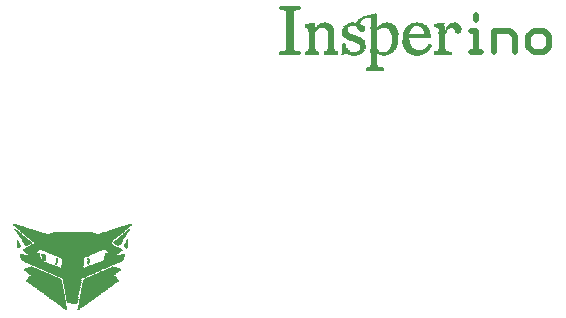
<source format=gbr>
G04 EAGLE Gerber X2 export*
%TF.Part,Single*%
%TF.FileFunction,Legend,Top,1*%
%TF.FilePolarity,Positive*%
%TF.GenerationSoftware,Autodesk,EAGLE,8.7.0*%
%TF.CreationDate,2018-03-15T14:00:46Z*%
G75*
%MOMM*%
%FSLAX34Y34*%
%LPD*%
%AMOC8*
5,1,8,0,0,1.08239X$1,22.5*%
G01*
%ADD10R,1.346200X0.025400*%
%ADD11R,1.422400X0.025400*%
%ADD12R,1.447800X0.025400*%
%ADD13R,1.371600X0.025400*%
%ADD14R,1.041400X0.025400*%
%ADD15R,0.914400X0.025400*%
%ADD16R,0.787400X0.025400*%
%ADD17R,0.736600X0.025400*%
%ADD18R,0.685800X0.025400*%
%ADD19R,0.635000X0.025400*%
%ADD20R,0.609600X0.025400*%
%ADD21R,0.584200X0.025400*%
%ADD22R,0.558800X0.025400*%
%ADD23R,0.533400X0.025400*%
%ADD24R,0.431800X0.025400*%
%ADD25R,0.381000X0.025400*%
%ADD26R,0.457200X0.025400*%
%ADD27R,0.660400X0.025400*%
%ADD28R,0.711200X0.025400*%
%ADD29R,1.727200X0.025400*%
%ADD30R,1.143000X0.025400*%
%ADD31R,1.168400X0.025400*%
%ADD32R,0.152400X0.025400*%
%ADD33R,0.838200X0.025400*%
%ADD34R,0.889000X0.025400*%
%ADD35R,1.397000X0.025400*%
%ADD36R,1.778000X0.025400*%
%ADD37R,1.193800X0.025400*%
%ADD38R,1.219200X0.025400*%
%ADD39R,0.254000X0.025400*%
%ADD40R,0.990600X0.025400*%
%ADD41R,1.803400X0.025400*%
%ADD42R,1.244600X0.025400*%
%ADD43R,0.304800X0.025400*%
%ADD44R,1.016000X0.025400*%
%ADD45R,1.600200X0.025400*%
%ADD46R,1.117600X0.025400*%
%ADD47R,1.270000X0.025400*%
%ADD48R,1.625600X0.025400*%
%ADD49R,1.676400X0.025400*%
%ADD50R,1.752600X0.025400*%
%ADD51R,1.701800X0.025400*%
%ADD52R,1.498600X0.025400*%
%ADD53R,1.574800X0.025400*%
%ADD54R,0.508000X0.025400*%
%ADD55R,0.812800X0.025400*%
%ADD56R,1.092200X0.025400*%
%ADD57R,0.762000X0.025400*%
%ADD58R,0.406400X0.025400*%
%ADD59R,1.854200X0.025400*%
%ADD60R,1.905000X0.025400*%
%ADD61R,0.482600X0.025400*%
%ADD62R,0.863600X0.025400*%
%ADD63R,0.355600X0.025400*%
%ADD64R,0.330200X0.025400*%
%ADD65R,0.279400X0.025400*%
%ADD66R,0.203200X0.025400*%
%ADD67R,0.127000X0.025400*%
%ADD68R,0.076200X0.025400*%
%ADD69R,0.228600X0.025400*%
%ADD70R,1.295400X0.025400*%
%ADD71R,1.320800X0.025400*%
%ADD72R,2.413000X0.025400*%
%ADD73R,2.438400X0.025400*%
%ADD74R,0.939800X0.025400*%
%ADD75R,2.362200X0.025400*%
%ADD76R,0.177800X0.025400*%
%ADD77R,1.066800X0.025400*%
%ADD78R,2.133600X0.025400*%
%ADD79R,2.108200X0.025400*%
%ADD80R,1.524000X0.025400*%
%ADD81R,1.473200X0.025400*%
%ADD82R,0.965200X0.025400*%
%ADD83C,0.482600*%
%ADD84R,0.050800X0.025400*%
%ADD85R,0.101600X0.025400*%
%ADD86R,1.549400X0.025400*%
%ADD87R,1.651000X0.025400*%
%ADD88R,1.828800X0.025400*%
%ADD89R,1.879600X0.025400*%
%ADD90R,1.930400X0.025400*%
%ADD91R,1.955800X0.025400*%
%ADD92R,1.981200X0.025400*%
%ADD93R,2.006600X0.025400*%
%ADD94R,2.032000X0.025400*%
%ADD95R,2.057400X0.025400*%
%ADD96R,2.082800X0.025400*%
%ADD97R,2.159000X0.025400*%
%ADD98R,2.184400X0.025400*%
%ADD99R,2.209800X0.025400*%
%ADD100R,2.235200X0.025400*%
%ADD101R,2.260600X0.025400*%
%ADD102R,2.286000X0.025400*%
%ADD103R,2.311400X0.025400*%
%ADD104R,2.336800X0.025400*%
%ADD105R,2.387600X0.025400*%
%ADD106R,2.463800X0.025400*%
%ADD107R,2.489200X0.025400*%
%ADD108R,2.514600X0.025400*%
%ADD109R,2.540000X0.025400*%
%ADD110R,2.565400X0.025400*%
%ADD111R,2.590800X0.025400*%
%ADD112R,2.616200X0.025400*%
%ADD113R,2.641600X0.025400*%
%ADD114R,2.667000X0.025400*%
%ADD115R,2.692400X0.025400*%
%ADD116R,2.717800X0.025400*%
%ADD117R,2.743200X0.025400*%
%ADD118R,2.768600X0.025400*%
%ADD119R,2.794000X0.025400*%
%ADD120R,2.819400X0.025400*%
%ADD121R,2.844800X0.025400*%
%ADD122R,2.870200X0.025400*%
%ADD123R,2.895600X0.025400*%
%ADD124R,2.921000X0.025400*%
%ADD125R,2.946400X0.025400*%
%ADD126R,2.971800X0.025400*%
%ADD127R,2.997200X0.025400*%
%ADD128R,3.022600X0.025400*%
%ADD129R,3.073400X0.025400*%
%ADD130R,3.175000X0.025400*%
%ADD131R,3.302000X0.025400*%
%ADD132R,3.429000X0.025400*%
%ADD133R,3.530600X0.025400*%
%ADD134R,3.657600X0.025400*%
%ADD135R,3.784600X0.025400*%
%ADD136R,3.886200X0.025400*%
%ADD137R,3.987800X0.025400*%
%ADD138R,4.114800X0.025400*%
%ADD139R,4.241800X0.025400*%
%ADD140R,4.343400X0.025400*%
%ADD141R,4.470400X0.025400*%
%ADD142R,4.597400X0.025400*%
%ADD143R,4.699000X0.025400*%
%ADD144R,4.826000X0.025400*%
%ADD145R,4.953000X0.025400*%
%ADD146R,5.054600X0.025400*%
%ADD147R,5.156200X0.025400*%
%ADD148R,5.308600X0.025400*%
%ADD149R,5.410200X0.025400*%
%ADD150R,5.511800X0.025400*%
%ADD151R,3.759200X0.025400*%
%ADD152R,3.556000X0.025400*%
%ADD153R,3.683000X0.025400*%
%ADD154R,3.937000X0.025400*%
%ADD155R,4.038600X0.025400*%
%ADD156R,4.191000X0.025400*%
%ADD157R,4.292600X0.025400*%
%ADD158R,4.419600X0.025400*%
%ADD159R,4.546600X0.025400*%
%ADD160R,4.648200X0.025400*%
%ADD161R,4.800600X0.025400*%
%ADD162R,4.902200X0.025400*%
%ADD163R,5.435600X0.025400*%
%ADD164R,6.832600X0.025400*%
%ADD165R,8.077200X0.025400*%
%ADD166R,8.001000X0.025400*%
%ADD167R,7.899400X0.025400*%
%ADD168R,7.797800X0.025400*%
%ADD169R,7.721600X0.025400*%
%ADD170R,7.645400X0.025400*%
%ADD171R,7.543800X0.025400*%
%ADD172R,7.442200X0.025400*%
%ADD173R,7.366000X0.025400*%
%ADD174R,7.289800X0.025400*%
%ADD175R,0.025400X0.025400*%
%ADD176R,7.188200X0.025400*%
%ADD177R,7.086600X0.025400*%
%ADD178R,6.985000X0.025400*%
%ADD179R,6.934200X0.025400*%
%ADD180R,6.731000X0.025400*%
%ADD181R,6.629400X0.025400*%
%ADD182R,6.553200X0.025400*%
%ADD183R,6.477000X0.025400*%
%ADD184R,6.426200X0.025400*%
%ADD185R,6.451600X0.025400*%
%ADD186R,6.502400X0.025400*%
%ADD187R,6.604000X0.025400*%
%ADD188R,6.654800X0.025400*%
%ADD189R,6.705600X0.025400*%
%ADD190R,6.781800X0.025400*%
%ADD191R,6.883400X0.025400*%
%ADD192R,7.010400X0.025400*%
%ADD193R,7.137400X0.025400*%
%ADD194R,7.239000X0.025400*%
%ADD195R,7.315200X0.025400*%
%ADD196R,7.493000X0.025400*%
%ADD197R,7.620000X0.025400*%
%ADD198R,7.696200X0.025400*%
%ADD199R,7.747000X0.025400*%
%ADD200R,7.848600X0.025400*%
%ADD201R,7.924800X0.025400*%
%ADD202R,8.051800X0.025400*%
%ADD203R,6.223000X0.025400*%
%ADD204R,6.146800X0.025400*%
%ADD205R,3.911600X0.025400*%
%ADD206R,3.733800X0.025400*%
%ADD207R,3.403600X0.025400*%
%ADD208R,3.200400X0.025400*%


D10*
X544576Y352044D03*
D11*
X544703Y352298D03*
D12*
X544576Y352552D03*
X544576Y352806D03*
X544576Y353060D03*
X544576Y353314D03*
X544576Y353568D03*
X544576Y353822D03*
D11*
X544703Y354076D03*
D13*
X544703Y354330D03*
D14*
X544322Y354584D03*
D15*
X544195Y354838D03*
D16*
X544068Y355092D03*
D17*
X544068Y355346D03*
D18*
X544068Y355600D03*
D19*
X544068Y355854D03*
D20*
X543941Y356108D03*
D21*
X544068Y356362D03*
X544068Y356616D03*
D22*
X543941Y356870D03*
X543941Y357124D03*
X543941Y357378D03*
X543941Y357632D03*
D23*
X544068Y357886D03*
X544068Y358140D03*
X544068Y358394D03*
X544068Y358648D03*
X544068Y358902D03*
X544068Y359156D03*
X544068Y359410D03*
X544068Y359664D03*
X544068Y359918D03*
X544068Y360172D03*
X544068Y360426D03*
X544068Y360680D03*
X544068Y360934D03*
X544068Y361188D03*
X544068Y361442D03*
X544068Y361696D03*
X544068Y361950D03*
X544068Y362204D03*
X544068Y362458D03*
X544068Y362712D03*
X544068Y362966D03*
X544068Y363220D03*
X544068Y363474D03*
X544068Y363728D03*
X544068Y363982D03*
X544068Y364236D03*
X544068Y364490D03*
X544068Y364744D03*
X544068Y364998D03*
D24*
X527304Y365252D03*
D23*
X544068Y365252D03*
D25*
X552450Y365252D03*
D26*
X580517Y365252D03*
D27*
X527177Y365506D03*
D23*
X544068Y365506D03*
D19*
X552450Y365506D03*
D28*
X580517Y365506D03*
D29*
X473075Y365760D03*
D30*
X491490Y365760D03*
D31*
X507619Y365760D03*
D32*
X518033Y365760D03*
D33*
X527050Y365760D03*
D23*
X544068Y365760D03*
D16*
X552450Y365760D03*
D34*
X580644Y365760D03*
D35*
X602234Y365760D03*
D36*
X473075Y366014D03*
D37*
X491490Y366014D03*
D38*
X507619Y366014D03*
D39*
X518287Y366014D03*
D40*
X527050Y366014D03*
D23*
X544068Y366014D03*
D15*
X552577Y366014D03*
D14*
X580644Y366014D03*
D12*
X602234Y366014D03*
D41*
X473202Y366268D03*
D42*
X491490Y366268D03*
D38*
X507619Y366268D03*
D43*
X518541Y366268D03*
D31*
X526669Y366268D03*
D23*
X544068Y366268D03*
D44*
X552577Y366268D03*
D31*
X580517Y366268D03*
D12*
X602234Y366268D03*
D41*
X473202Y366522D03*
D42*
X491490Y366522D03*
D38*
X507619Y366522D03*
D45*
X525018Y366522D03*
D23*
X544068Y366522D03*
D46*
X552577Y366522D03*
D47*
X580517Y366522D03*
D12*
X602234Y366522D03*
D41*
X473202Y366776D03*
D42*
X491490Y366776D03*
D38*
X507619Y366776D03*
D48*
X525145Y366776D03*
D29*
X550037Y366776D03*
D10*
X580644Y366776D03*
D12*
X602234Y366776D03*
D41*
X473202Y367030D03*
D42*
X491490Y367030D03*
D38*
X507619Y367030D03*
D49*
X525399Y367030D03*
D50*
X550164Y367030D03*
D11*
X580517Y367030D03*
D12*
X602234Y367030D03*
D41*
X473202Y367284D03*
D42*
X491490Y367284D03*
D38*
X507619Y367284D03*
D51*
X525526Y367284D03*
D41*
X550418Y367284D03*
D52*
X580644Y367284D03*
D12*
X602234Y367284D03*
D36*
X473075Y367538D03*
D42*
X491490Y367538D03*
D38*
X507619Y367538D03*
D34*
X521462Y367538D03*
D22*
X531495Y367538D03*
D15*
X545973Y367538D03*
D19*
X556514Y367538D03*
D53*
X580517Y367538D03*
D12*
X602234Y367538D03*
D36*
X473075Y367792D03*
D37*
X491490Y367792D03*
X507492Y367792D03*
D16*
X520954Y367792D03*
D54*
X532003Y367792D03*
D55*
X545465Y367792D03*
D21*
X557022Y367792D03*
D48*
X580517Y367792D03*
D12*
X602234Y367792D03*
D49*
X473075Y368046D03*
D56*
X491490Y368046D03*
D46*
X507619Y368046D03*
D17*
X520700Y368046D03*
D26*
X532511Y368046D03*
D57*
X545211Y368046D03*
D21*
X557530Y368046D03*
D51*
X580644Y368046D03*
D47*
X602107Y368046D03*
D31*
X473075Y368300D03*
D33*
X491490Y368300D03*
X507492Y368300D03*
D18*
X520446Y368300D03*
D26*
X532765Y368300D03*
D28*
X544957Y368300D03*
D22*
X557911Y368300D03*
D50*
X580644Y368300D03*
D15*
X601853Y368300D03*
D44*
X473075Y368554D03*
D17*
X491490Y368554D03*
D57*
X507619Y368554D03*
D19*
X520192Y368554D03*
D24*
X533146Y368554D03*
D18*
X544830Y368554D03*
D23*
X558292Y368554D03*
D41*
X580644Y368554D03*
D16*
X601726Y368554D03*
D15*
X473075Y368808D03*
D18*
X491490Y368808D03*
D28*
X507619Y368808D03*
D20*
X520065Y368808D03*
D58*
X533273Y368808D03*
D27*
X544703Y368808D03*
D23*
X558546Y368808D03*
D59*
X580644Y368808D03*
D17*
X601726Y368808D03*
D55*
X473075Y369062D03*
D27*
X491363Y369062D03*
X507619Y369062D03*
D22*
X519811Y369062D03*
D58*
X533527Y369062D03*
D19*
X544576Y369062D03*
D23*
X558800Y369062D03*
D60*
X580644Y369062D03*
D18*
X601726Y369062D03*
D57*
X473075Y369316D03*
D19*
X491490Y369316D03*
X507492Y369316D03*
D23*
X519684Y369316D03*
D24*
X533654Y369316D03*
D20*
X544449Y369316D03*
D54*
X558927Y369316D03*
D14*
X576072Y369316D03*
D27*
X587121Y369316D03*
D19*
X601726Y369316D03*
D28*
X473075Y369570D03*
D20*
X491363Y369570D03*
X507619Y369570D03*
D54*
X519557Y369570D03*
D58*
X533781Y369570D03*
D20*
X544449Y369570D03*
D54*
X559181Y369570D03*
D15*
X575437Y369570D03*
D23*
X587756Y369570D03*
D20*
X601599Y369570D03*
D28*
X473075Y369824D03*
D21*
X491490Y369824D03*
X507492Y369824D03*
D61*
X519430Y369824D03*
D58*
X534035Y369824D03*
D21*
X544322Y369824D03*
D54*
X559435Y369824D03*
D62*
X574929Y369824D03*
D61*
X588264Y369824D03*
D21*
X601726Y369824D03*
D27*
X473075Y370078D03*
D21*
X491490Y370078D03*
D22*
X507619Y370078D03*
D26*
X519303Y370078D03*
D58*
X534035Y370078D03*
D22*
X544195Y370078D03*
D54*
X559689Y370078D03*
D33*
X574548Y370078D03*
D26*
X588645Y370078D03*
D22*
X601599Y370078D03*
D27*
X473075Y370332D03*
D22*
X491363Y370332D03*
X507619Y370332D03*
D26*
X519303Y370332D03*
D58*
X534289Y370332D03*
D22*
X544195Y370332D03*
D61*
X559816Y370332D03*
D16*
X574294Y370332D03*
D24*
X589026Y370332D03*
D22*
X601599Y370332D03*
D19*
X473202Y370586D03*
D22*
X491363Y370586D03*
X507619Y370586D03*
D24*
X519176Y370586D03*
D58*
X534289Y370586D03*
D22*
X544195Y370586D03*
D54*
X559943Y370586D03*
D16*
X574040Y370586D03*
D58*
X589407Y370586D03*
D22*
X601599Y370586D03*
D20*
X473075Y370840D03*
D23*
X491490Y370840D03*
D22*
X507619Y370840D03*
D58*
X519049Y370840D03*
X534289Y370840D03*
D23*
X544068Y370840D03*
D54*
X560197Y370840D03*
D57*
X573659Y370840D03*
D25*
X589534Y370840D03*
D22*
X601599Y370840D03*
D20*
X473075Y371094D03*
D23*
X491490Y371094D03*
X507492Y371094D03*
D58*
X519049Y371094D03*
D24*
X534416Y371094D03*
D23*
X544068Y371094D03*
D61*
X560324Y371094D03*
D17*
X573532Y371094D03*
D25*
X589788Y371094D03*
D22*
X601599Y371094D03*
D20*
X473075Y371348D03*
D23*
X491490Y371348D03*
X507492Y371348D03*
D25*
X518922Y371348D03*
D24*
X534416Y371348D03*
D23*
X544068Y371348D03*
D54*
X560451Y371348D03*
D17*
X573278Y371348D03*
D63*
X590169Y371348D03*
D22*
X601599Y371348D03*
D20*
X473075Y371602D03*
D23*
X491490Y371602D03*
X507492Y371602D03*
D63*
X518795Y371602D03*
D24*
X534416Y371602D03*
D23*
X544068Y371602D03*
D61*
X560578Y371602D03*
D28*
X573151Y371602D03*
D64*
X590296Y371602D03*
D23*
X601726Y371602D03*
D20*
X473075Y371856D03*
D23*
X491490Y371856D03*
X507492Y371856D03*
D63*
X518795Y371856D03*
D24*
X534416Y371856D03*
D23*
X544068Y371856D03*
D54*
X560705Y371856D03*
D28*
X572897Y371856D03*
D64*
X590550Y371856D03*
D23*
X601726Y371856D03*
D20*
X473075Y372110D03*
D23*
X491490Y372110D03*
X507492Y372110D03*
D64*
X518668Y372110D03*
D24*
X534416Y372110D03*
D23*
X544068Y372110D03*
D61*
X560832Y372110D03*
D18*
X572770Y372110D03*
D64*
X590804Y372110D03*
D23*
X601726Y372110D03*
D20*
X473075Y372364D03*
D23*
X491490Y372364D03*
X507492Y372364D03*
D64*
X518668Y372364D03*
D26*
X534543Y372364D03*
D23*
X544068Y372364D03*
D54*
X560959Y372364D03*
D27*
X572643Y372364D03*
D43*
X590931Y372364D03*
D23*
X601726Y372364D03*
D20*
X473075Y372618D03*
D23*
X491490Y372618D03*
X507492Y372618D03*
D64*
X518668Y372618D03*
D26*
X534543Y372618D03*
D23*
X544068Y372618D03*
D54*
X560959Y372618D03*
D18*
X572516Y372618D03*
D43*
X591185Y372618D03*
D23*
X601726Y372618D03*
D20*
X473075Y372872D03*
D23*
X491490Y372872D03*
X507492Y372872D03*
D43*
X518541Y372872D03*
D26*
X534543Y372872D03*
D23*
X544068Y372872D03*
D54*
X561213Y372872D03*
D27*
X572389Y372872D03*
D43*
X591185Y372872D03*
D23*
X601726Y372872D03*
D20*
X473075Y373126D03*
D23*
X491490Y373126D03*
X507492Y373126D03*
D43*
X518541Y373126D03*
D26*
X534543Y373126D03*
D23*
X544068Y373126D03*
D54*
X561213Y373126D03*
D27*
X572135Y373126D03*
D43*
X591439Y373126D03*
D23*
X601726Y373126D03*
D20*
X473075Y373380D03*
D23*
X491490Y373380D03*
X507492Y373380D03*
D43*
X518541Y373380D03*
D61*
X534416Y373380D03*
D23*
X544068Y373380D03*
X561340Y373380D03*
D27*
X572135Y373380D03*
D39*
X591439Y373380D03*
D23*
X601726Y373380D03*
D20*
X473075Y373634D03*
D23*
X491490Y373634D03*
X507492Y373634D03*
D65*
X518414Y373634D03*
D61*
X534416Y373634D03*
D23*
X544068Y373634D03*
D54*
X561467Y373634D03*
D19*
X572008Y373634D03*
D66*
X591439Y373634D03*
D23*
X601726Y373634D03*
D20*
X473075Y373888D03*
D23*
X491490Y373888D03*
X507492Y373888D03*
D65*
X518414Y373888D03*
D54*
X534289Y373888D03*
D23*
X544068Y373888D03*
D54*
X561467Y373888D03*
D19*
X572008Y373888D03*
D67*
X591312Y373888D03*
D23*
X601726Y373888D03*
D20*
X473075Y374142D03*
D23*
X491490Y374142D03*
X507492Y374142D03*
D65*
X518414Y374142D03*
D23*
X534162Y374142D03*
X544068Y374142D03*
X561594Y374142D03*
D19*
X571754Y374142D03*
D68*
X591058Y374142D03*
D23*
X601726Y374142D03*
D20*
X473075Y374396D03*
D23*
X491490Y374396D03*
X507492Y374396D03*
D65*
X518414Y374396D03*
D23*
X534162Y374396D03*
X544068Y374396D03*
D54*
X561721Y374396D03*
D19*
X571754Y374396D03*
D23*
X601726Y374396D03*
D20*
X473075Y374650D03*
D23*
X491490Y374650D03*
X507492Y374650D03*
D69*
X518414Y374650D03*
D21*
X533908Y374650D03*
D23*
X544068Y374650D03*
D54*
X561721Y374650D03*
D20*
X571627Y374650D03*
D23*
X601726Y374650D03*
D20*
X473075Y374904D03*
D23*
X491490Y374904D03*
X507492Y374904D03*
D21*
X533654Y374904D03*
D23*
X544068Y374904D03*
D54*
X561721Y374904D03*
D20*
X571627Y374904D03*
D23*
X601726Y374904D03*
D20*
X473075Y375158D03*
D23*
X491490Y375158D03*
X507492Y375158D03*
D20*
X533527Y375158D03*
D23*
X544068Y375158D03*
X561848Y375158D03*
D19*
X571500Y375158D03*
D23*
X601726Y375158D03*
D20*
X473075Y375412D03*
D23*
X491490Y375412D03*
X507492Y375412D03*
D27*
X533273Y375412D03*
D23*
X544068Y375412D03*
X561848Y375412D03*
D20*
X571373Y375412D03*
D23*
X601726Y375412D03*
D20*
X473075Y375666D03*
D23*
X491490Y375666D03*
X507492Y375666D03*
D28*
X533019Y375666D03*
D23*
X544068Y375666D03*
X561848Y375666D03*
D20*
X571373Y375666D03*
D23*
X601726Y375666D03*
D20*
X473075Y375920D03*
D23*
X491490Y375920D03*
X507492Y375920D03*
D17*
X532638Y375920D03*
D23*
X544068Y375920D03*
X561848Y375920D03*
D20*
X571373Y375920D03*
D23*
X601726Y375920D03*
D20*
X473075Y376174D03*
D23*
X491490Y376174D03*
X507492Y376174D03*
D16*
X532384Y376174D03*
D23*
X544068Y376174D03*
X562102Y376174D03*
D21*
X571246Y376174D03*
D23*
X601726Y376174D03*
D20*
X473075Y376428D03*
D23*
X491490Y376428D03*
X507492Y376428D03*
D62*
X532003Y376428D03*
D23*
X544068Y376428D03*
X562102Y376428D03*
D21*
X571246Y376428D03*
D23*
X601726Y376428D03*
D20*
X473075Y376682D03*
D23*
X491490Y376682D03*
X507492Y376682D03*
D15*
X531495Y376682D03*
D23*
X544068Y376682D03*
X562102Y376682D03*
D20*
X571119Y376682D03*
D23*
X601726Y376682D03*
D20*
X473075Y376936D03*
D23*
X491490Y376936D03*
X507492Y376936D03*
D40*
X531114Y376936D03*
D23*
X544068Y376936D03*
X562102Y376936D03*
D20*
X571119Y376936D03*
D23*
X601726Y376936D03*
D20*
X473075Y377190D03*
D23*
X491490Y377190D03*
X507492Y377190D03*
D14*
X530606Y377190D03*
D23*
X544068Y377190D03*
X562102Y377190D03*
D20*
X571119Y377190D03*
D23*
X601726Y377190D03*
D20*
X473075Y377444D03*
D23*
X491490Y377444D03*
X507492Y377444D03*
D46*
X530225Y377444D03*
D23*
X544068Y377444D03*
X562102Y377444D03*
D21*
X570992Y377444D03*
D23*
X601726Y377444D03*
D20*
X473075Y377698D03*
D23*
X491490Y377698D03*
X507492Y377698D03*
D31*
X529717Y377698D03*
D23*
X544068Y377698D03*
X562102Y377698D03*
D21*
X570992Y377698D03*
D23*
X601726Y377698D03*
D20*
X473075Y377952D03*
D23*
X491490Y377952D03*
X507492Y377952D03*
D38*
X529209Y377952D03*
D23*
X544068Y377952D03*
D22*
X562229Y377952D03*
D21*
X570992Y377952D03*
D23*
X601726Y377952D03*
D20*
X473075Y378206D03*
D23*
X491490Y378206D03*
X507492Y378206D03*
D42*
X528828Y378206D03*
D23*
X544068Y378206D03*
D22*
X562229Y378206D03*
D21*
X570992Y378206D03*
D23*
X601726Y378206D03*
D20*
X473075Y378460D03*
D23*
X491490Y378460D03*
X507492Y378460D03*
D70*
X528320Y378460D03*
D23*
X544068Y378460D03*
D22*
X562229Y378460D03*
D21*
X570992Y378460D03*
D23*
X601726Y378460D03*
D20*
X473075Y378714D03*
D23*
X491490Y378714D03*
X507492Y378714D03*
D71*
X527939Y378714D03*
D23*
X544068Y378714D03*
D22*
X562229Y378714D03*
D21*
X570992Y378714D03*
D23*
X601726Y378714D03*
D20*
X473075Y378968D03*
D23*
X491490Y378968D03*
X507492Y378968D03*
D10*
X527558Y378968D03*
D23*
X544068Y378968D03*
D22*
X562229Y378968D03*
D21*
X570992Y378968D03*
D23*
X601726Y378968D03*
D20*
X473075Y379222D03*
D23*
X491490Y379222D03*
X507492Y379222D03*
D10*
X527304Y379222D03*
D23*
X544068Y379222D03*
D22*
X562229Y379222D03*
D21*
X570992Y379222D03*
D23*
X601726Y379222D03*
D20*
X473075Y379476D03*
D23*
X491490Y379476D03*
X507492Y379476D03*
D10*
X526796Y379476D03*
D23*
X544068Y379476D03*
D22*
X562229Y379476D03*
D21*
X570992Y379476D03*
D23*
X601726Y379476D03*
D20*
X473075Y379730D03*
D23*
X491490Y379730D03*
X507492Y379730D03*
D10*
X526542Y379730D03*
D23*
X544068Y379730D03*
D22*
X562229Y379730D03*
D21*
X570992Y379730D03*
D23*
X601726Y379730D03*
D20*
X473075Y379984D03*
D23*
X491490Y379984D03*
X507492Y379984D03*
D71*
X526161Y379984D03*
D23*
X544068Y379984D03*
D22*
X562229Y379984D03*
D72*
X580136Y379984D03*
D23*
X601726Y379984D03*
D20*
X473075Y380238D03*
D23*
X491490Y380238D03*
X507492Y380238D03*
D71*
X525653Y380238D03*
D23*
X544068Y380238D03*
D22*
X562229Y380238D03*
D73*
X580263Y380238D03*
D23*
X601726Y380238D03*
D20*
X473075Y380492D03*
D23*
X491490Y380492D03*
X507492Y380492D03*
D70*
X525272Y380492D03*
D23*
X544068Y380492D03*
D21*
X562102Y380492D03*
D73*
X580263Y380492D03*
D23*
X601726Y380492D03*
D20*
X473075Y380746D03*
D23*
X491490Y380746D03*
X507492Y380746D03*
D38*
X524891Y380746D03*
D23*
X544068Y380746D03*
D21*
X562102Y380746D03*
D73*
X580263Y380746D03*
D23*
X601726Y380746D03*
D20*
X473075Y381000D03*
D23*
X491490Y381000D03*
X507492Y381000D03*
D37*
X524510Y381000D03*
D23*
X544068Y381000D03*
D21*
X562102Y381000D03*
D72*
X580390Y381000D03*
D23*
X601726Y381000D03*
D20*
X473075Y381254D03*
D23*
X491490Y381254D03*
X507492Y381254D03*
D30*
X524002Y381254D03*
D23*
X544068Y381254D03*
D21*
X562102Y381254D03*
D72*
X580390Y381254D03*
D23*
X601726Y381254D03*
D20*
X473075Y381508D03*
D23*
X491490Y381508D03*
X507492Y381508D03*
D56*
X523494Y381508D03*
D23*
X544068Y381508D03*
D21*
X562102Y381508D03*
D72*
X580390Y381508D03*
D23*
X601726Y381508D03*
D20*
X473075Y381762D03*
D23*
X491490Y381762D03*
X507492Y381762D03*
D44*
X523113Y381762D03*
D23*
X544068Y381762D03*
D22*
X561975Y381762D03*
D72*
X580390Y381762D03*
D22*
X601853Y381762D03*
D20*
X473075Y382016D03*
D23*
X491490Y382016D03*
X507492Y382016D03*
D74*
X522478Y382016D03*
D23*
X544068Y382016D03*
D21*
X561848Y382016D03*
D72*
X580390Y382016D03*
D22*
X601853Y382016D03*
D20*
X473075Y382270D03*
D23*
X491490Y382270D03*
X507492Y382270D03*
D62*
X522097Y382270D03*
D23*
X544068Y382270D03*
D21*
X561848Y382270D03*
D72*
X580390Y382270D03*
D22*
X601853Y382270D03*
D20*
X473075Y382524D03*
D23*
X491490Y382524D03*
X507492Y382524D03*
D16*
X521716Y382524D03*
D23*
X544068Y382524D03*
D21*
X561848Y382524D03*
D75*
X580390Y382524D03*
D22*
X601853Y382524D03*
D20*
X473075Y382778D03*
D23*
X491490Y382778D03*
X507492Y382778D03*
D57*
X521335Y382778D03*
D23*
X544068Y382778D03*
D21*
X561848Y382778D03*
D23*
X571246Y382778D03*
D21*
X589280Y382778D03*
D22*
X601853Y382778D03*
D20*
X473075Y383032D03*
D23*
X491490Y383032D03*
X507492Y383032D03*
D18*
X520954Y383032D03*
D23*
X544068Y383032D03*
D20*
X561721Y383032D03*
D23*
X571246Y383032D03*
D21*
X589280Y383032D03*
X601980Y383032D03*
D20*
X473075Y383286D03*
D23*
X491490Y383286D03*
X507492Y383286D03*
D19*
X520700Y383286D03*
D23*
X544068Y383286D03*
D20*
X561721Y383286D03*
D23*
X571500Y383286D03*
D21*
X589280Y383286D03*
X601980Y383286D03*
D20*
X473075Y383540D03*
D23*
X491490Y383540D03*
X507492Y383540D03*
D20*
X520319Y383540D03*
D23*
X544068Y383540D03*
D20*
X561721Y383540D03*
D23*
X571500Y383540D03*
D21*
X589280Y383540D03*
X601980Y383540D03*
D20*
X473075Y383794D03*
D23*
X491490Y383794D03*
X507492Y383794D03*
D21*
X520192Y383794D03*
D23*
X544068Y383794D03*
D21*
X561594Y383794D03*
D23*
X571500Y383794D03*
D22*
X589153Y383794D03*
D20*
X602107Y383794D03*
D76*
X615188Y383794D03*
D20*
X473075Y384048D03*
D23*
X491490Y384048D03*
X507492Y384048D03*
D22*
X520065Y384048D03*
D23*
X544068Y384048D03*
D20*
X561467Y384048D03*
D23*
X571500Y384048D03*
D22*
X589153Y384048D03*
D20*
X602107Y384048D03*
D65*
X615188Y384048D03*
D20*
X473075Y384302D03*
D23*
X491490Y384302D03*
X507492Y384302D03*
X519938Y384302D03*
X544068Y384302D03*
D20*
X561467Y384302D03*
D54*
X571627Y384302D03*
D22*
X589153Y384302D03*
D19*
X602234Y384302D03*
D63*
X615061Y384302D03*
D20*
X473075Y384556D03*
D23*
X491490Y384556D03*
X507492Y384556D03*
D54*
X519811Y384556D03*
D23*
X544068Y384556D03*
D19*
X561340Y384556D03*
D23*
X571754Y384556D03*
D22*
X589153Y384556D03*
D19*
X602234Y384556D03*
D24*
X615188Y384556D03*
D20*
X473075Y384810D03*
D23*
X491490Y384810D03*
X507492Y384810D03*
D61*
X519684Y384810D03*
D23*
X544068Y384810D03*
D20*
X561213Y384810D03*
D54*
X571881Y384810D03*
D23*
X589026Y384810D03*
D27*
X602361Y384810D03*
D26*
X615061Y384810D03*
D20*
X473075Y385064D03*
D22*
X491617Y385064D03*
D23*
X507492Y385064D03*
D61*
X519684Y385064D03*
D69*
X533654Y385064D03*
D23*
X544068Y385064D03*
D19*
X561086Y385064D03*
D54*
X571881Y385064D03*
D22*
X588899Y385064D03*
D27*
X602361Y385064D03*
D54*
X615061Y385064D03*
D20*
X473075Y385318D03*
D21*
X491744Y385318D03*
D23*
X507492Y385318D03*
D26*
X519557Y385318D03*
D64*
X533654Y385318D03*
D23*
X544068Y385318D03*
D19*
X561086Y385318D03*
D54*
X571881Y385318D03*
D22*
X588899Y385318D03*
D18*
X602488Y385318D03*
D23*
X615188Y385318D03*
D20*
X473075Y385572D03*
X491871Y385572D03*
D22*
X507365Y385572D03*
D26*
X519557Y385572D03*
D25*
X533654Y385572D03*
D23*
X544068Y385572D03*
D27*
X560959Y385572D03*
D54*
X572135Y385572D03*
D23*
X588772Y385572D03*
D18*
X602488Y385572D03*
D22*
X615061Y385572D03*
D20*
X473075Y385826D03*
D19*
X491998Y385826D03*
D22*
X507365Y385826D03*
D26*
X519557Y385826D03*
D24*
X533654Y385826D03*
D23*
X544068Y385826D03*
D19*
X560832Y385826D03*
D54*
X572135Y385826D03*
D23*
X588772Y385826D03*
D28*
X602615Y385826D03*
D22*
X615061Y385826D03*
D20*
X473075Y386080D03*
D18*
X491998Y386080D03*
D22*
X507365Y386080D03*
D24*
X519684Y386080D03*
D61*
X533654Y386080D03*
D22*
X544195Y386080D03*
D27*
X560705Y386080D03*
D54*
X572389Y386080D03*
D23*
X588518Y386080D03*
D54*
X601345Y386080D03*
D66*
X605155Y386080D03*
D21*
X615188Y386080D03*
D20*
X473075Y386334D03*
D28*
X492125Y386334D03*
D21*
X507238Y386334D03*
D24*
X519684Y386334D03*
D23*
X533654Y386334D03*
D21*
X544322Y386334D03*
D18*
X560578Y386334D03*
D61*
X572516Y386334D03*
D23*
X588518Y386334D03*
D54*
X601345Y386334D03*
D66*
X605409Y386334D03*
D21*
X615188Y386334D03*
D20*
X473075Y386588D03*
D17*
X492252Y386588D03*
D21*
X507238Y386588D03*
D24*
X519684Y386588D03*
D23*
X533654Y386588D03*
D19*
X544576Y386588D03*
D18*
X560324Y386588D03*
D61*
X572516Y386588D03*
D22*
X588391Y386588D03*
D54*
X601345Y386588D03*
D66*
X605663Y386588D03*
D21*
X615188Y386588D03*
D20*
X473075Y386842D03*
D57*
X492379Y386842D03*
D20*
X507111Y386842D03*
D24*
X519684Y386842D03*
D22*
X533527Y386842D03*
D27*
X544703Y386842D03*
D28*
X560197Y386842D03*
D61*
X572770Y386842D03*
D23*
X588264Y386842D03*
D54*
X601345Y386842D03*
D69*
X605790Y386842D03*
D20*
X615061Y386842D03*
X473075Y387096D03*
D55*
X492379Y387096D03*
D20*
X507111Y387096D03*
D24*
X519684Y387096D03*
D21*
X533654Y387096D03*
D18*
X544830Y387096D03*
D28*
X559943Y387096D03*
D54*
X572897Y387096D03*
D22*
X588137Y387096D03*
D54*
X601345Y387096D03*
D69*
X606044Y387096D03*
D20*
X615061Y387096D03*
X473075Y387350D03*
D62*
X492633Y387350D03*
D20*
X506857Y387350D03*
D58*
X519811Y387350D03*
D20*
X533527Y387350D03*
D17*
X545084Y387350D03*
X559816Y387350D03*
D61*
X573024Y387350D03*
D23*
X588010Y387350D03*
D54*
X601345Y387350D03*
D69*
X606044Y387350D03*
D20*
X615061Y387350D03*
X473075Y387604D03*
D15*
X492633Y387604D03*
D19*
X506730Y387604D03*
D58*
X519811Y387604D03*
D20*
X533527Y387604D03*
D57*
X545211Y387604D03*
D17*
X559562Y387604D03*
D61*
X573278Y387604D03*
D23*
X587756Y387604D03*
X601218Y387604D03*
D39*
X606425Y387604D03*
D19*
X614934Y387604D03*
D20*
X473075Y387858D03*
D40*
X492760Y387858D03*
D27*
X506603Y387858D03*
D58*
X520065Y387858D03*
D19*
X533400Y387858D03*
D55*
X545465Y387858D03*
D16*
X559308Y387858D03*
D61*
X573532Y387858D03*
D23*
X587756Y387858D03*
X601218Y387858D03*
D39*
X606679Y387858D03*
D27*
X614807Y387858D03*
D20*
X473075Y388112D03*
D77*
X492887Y388112D03*
D28*
X506349Y388112D03*
D58*
X520065Y388112D03*
D19*
X533400Y388112D03*
D62*
X545719Y388112D03*
D16*
X559054Y388112D03*
D61*
X573532Y388112D03*
D23*
X587502Y388112D03*
D22*
X601091Y388112D03*
D65*
X606806Y388112D03*
D27*
X614553Y388112D03*
D20*
X473075Y388366D03*
D28*
X490601Y388366D03*
D26*
X496697Y388366D03*
D17*
X505968Y388366D03*
D58*
X520319Y388366D03*
D19*
X533146Y388366D03*
D74*
X546100Y388366D03*
D62*
X558673Y388366D03*
D61*
X573786Y388366D03*
D23*
X587248Y388366D03*
D21*
X600964Y388366D03*
D43*
X607187Y388366D03*
D18*
X614426Y388366D03*
D20*
X473075Y388620D03*
D57*
X490347Y388620D03*
D52*
X502158Y388620D03*
D58*
X520319Y388620D03*
D27*
X533019Y388620D03*
D78*
X552069Y388620D03*
D61*
X574040Y388620D03*
D22*
X587121Y388620D03*
D19*
X600710Y388620D03*
D37*
X611886Y388620D03*
D20*
X473075Y388874D03*
D33*
X489966Y388874D03*
D12*
X502158Y388874D03*
D58*
X520573Y388874D03*
D27*
X533019Y388874D03*
D79*
X551942Y388874D03*
D61*
X574294Y388874D03*
D22*
X586867Y388874D03*
D28*
X600329Y388874D03*
D31*
X611759Y388874D03*
D20*
X473075Y389128D03*
D62*
X489839Y389128D03*
D11*
X502285Y389128D03*
D24*
X520700Y389128D03*
D27*
X532765Y389128D03*
D23*
X544068Y389128D03*
D80*
X554863Y389128D03*
D54*
X574675Y389128D03*
D22*
X586613Y389128D03*
D55*
X599821Y389128D03*
D30*
X611886Y389128D03*
D20*
X473075Y389382D03*
D34*
X489712Y389382D03*
D10*
X502412Y389382D03*
D26*
X521081Y389382D03*
D18*
X532384Y389382D03*
D23*
X544068Y389382D03*
D81*
X554863Y389382D03*
D54*
X574929Y389382D03*
D21*
X586232Y389382D03*
D34*
X599440Y389382D03*
D56*
X611886Y389382D03*
D20*
X473075Y389636D03*
D34*
X489712Y389636D03*
D70*
X502412Y389636D03*
D26*
X521335Y389636D03*
D28*
X532003Y389636D03*
D23*
X544068Y389636D03*
D35*
X554990Y389636D03*
D23*
X575310Y389636D03*
D20*
X585851Y389636D03*
D15*
X599313Y389636D03*
D77*
X612013Y389636D03*
D20*
X473075Y389890D03*
D34*
X489712Y389890D03*
D47*
X502539Y389890D03*
D61*
X521716Y389890D03*
D57*
X531495Y389890D03*
D23*
X544068Y389890D03*
D10*
X554990Y389890D03*
D22*
X575945Y389890D03*
D19*
X585470Y389890D03*
D15*
X599313Y389890D03*
D44*
X612013Y389890D03*
D20*
X473075Y390144D03*
D34*
X489712Y390144D03*
D38*
X502539Y390144D03*
D80*
X527177Y390144D03*
D23*
X544068Y390144D03*
D70*
X554990Y390144D03*
D52*
X580898Y390144D03*
D15*
X599313Y390144D03*
D82*
X612013Y390144D03*
D20*
X473075Y390398D03*
D34*
X489712Y390398D03*
D31*
X502539Y390398D03*
D11*
X526923Y390398D03*
D23*
X544068Y390398D03*
D38*
X555117Y390398D03*
D11*
X580771Y390398D03*
D15*
X599313Y390398D03*
D74*
X612140Y390398D03*
D20*
X473075Y390652D03*
D62*
X489839Y390652D03*
D56*
X502666Y390652D03*
D10*
X526796Y390652D03*
D23*
X544068Y390652D03*
D31*
X555117Y390652D03*
D10*
X580898Y390652D03*
D15*
X599313Y390652D03*
D34*
X612140Y390652D03*
D20*
X473075Y390906D03*
D62*
X489839Y390906D03*
D14*
X502666Y390906D03*
D42*
X526796Y390906D03*
D23*
X544068Y390906D03*
D77*
X555117Y390906D03*
D42*
X580898Y390906D03*
D15*
X599313Y390906D03*
D33*
X612140Y390906D03*
D20*
X473075Y391160D03*
D57*
X490347Y391160D03*
D74*
X502666Y391160D03*
D37*
X526796Y391160D03*
D23*
X544068Y391160D03*
D44*
X555117Y391160D03*
D30*
X580898Y391160D03*
D34*
X599440Y391160D03*
D16*
X612140Y391160D03*
D20*
X473075Y391414D03*
X491109Y391414D03*
D62*
X502793Y391414D03*
D46*
X526923Y391414D03*
D23*
X544068Y391414D03*
D15*
X555117Y391414D03*
D14*
X580898Y391414D03*
D62*
X599567Y391414D03*
D28*
X612267Y391414D03*
D20*
X473075Y391668D03*
D26*
X491871Y391668D03*
D57*
X502793Y391668D03*
D14*
X527050Y391668D03*
D23*
X544068Y391668D03*
D55*
X555117Y391668D03*
D74*
X580898Y391668D03*
D27*
X600583Y391668D03*
D20*
X612267Y391668D03*
X473075Y391922D03*
D64*
X492506Y391922D03*
D19*
X502666Y391922D03*
D82*
X527431Y391922D03*
D23*
X544068Y391922D03*
D27*
X555117Y391922D03*
D16*
X580898Y391922D03*
D26*
X601599Y391922D03*
D54*
X612267Y391922D03*
D20*
X473075Y392176D03*
D76*
X493268Y392176D03*
D61*
X502666Y392176D03*
D22*
X526161Y392176D03*
D43*
X530733Y392176D03*
D23*
X544068Y392176D03*
D54*
X555117Y392176D03*
D21*
X580898Y392176D03*
D69*
X602488Y392176D03*
D25*
X612394Y392176D03*
D20*
X473075Y392430D03*
D76*
X502666Y392430D03*
D39*
X526161Y392430D03*
D43*
X530733Y392430D03*
D23*
X544068Y392430D03*
D66*
X555117Y392430D03*
D69*
X580898Y392430D03*
D32*
X612521Y392430D03*
D20*
X473075Y392684D03*
D65*
X530860Y392684D03*
D23*
X544068Y392684D03*
D20*
X473075Y392938D03*
D65*
X530860Y392938D03*
D23*
X544068Y392938D03*
D20*
X473075Y393192D03*
D65*
X531114Y393192D03*
D23*
X544068Y393192D03*
D20*
X473075Y393446D03*
D39*
X531241Y393446D03*
D23*
X544068Y393446D03*
D20*
X473075Y393700D03*
D65*
X531368Y393700D03*
D23*
X544068Y393700D03*
D20*
X473075Y393954D03*
D65*
X531622Y393954D03*
D23*
X544068Y393954D03*
D20*
X473075Y394208D03*
D65*
X531876Y394208D03*
D23*
X544068Y394208D03*
D20*
X473075Y394462D03*
D65*
X532130Y394462D03*
D23*
X544068Y394462D03*
D20*
X473075Y394716D03*
D65*
X532384Y394716D03*
D23*
X544068Y394716D03*
D20*
X473075Y394970D03*
D65*
X532638Y394970D03*
D23*
X544068Y394970D03*
D20*
X473075Y395224D03*
D65*
X532892Y395224D03*
D23*
X544068Y395224D03*
D20*
X473075Y395478D03*
D43*
X533273Y395478D03*
D23*
X544068Y395478D03*
D20*
X473075Y395732D03*
D43*
X533527Y395732D03*
D23*
X544068Y395732D03*
D20*
X473075Y395986D03*
D64*
X533908Y395986D03*
D23*
X544068Y395986D03*
D20*
X473075Y396240D03*
D64*
X534416Y396240D03*
D23*
X544068Y396240D03*
D20*
X473075Y396494D03*
D25*
X534924Y396494D03*
D22*
X543941Y396494D03*
D20*
X473075Y396748D03*
D58*
X535559Y396748D03*
D22*
X543941Y396748D03*
D20*
X473075Y397002D03*
D61*
X536194Y397002D03*
D21*
X543814Y397002D03*
D20*
X473075Y397256D03*
D42*
X540512Y397256D03*
D20*
X473075Y397510D03*
D37*
X540766Y397510D03*
D20*
X473075Y397764D03*
D46*
X541147Y397764D03*
D20*
X473075Y398018D03*
D14*
X541528Y398018D03*
D20*
X473075Y398272D03*
D82*
X541909Y398272D03*
D20*
X473075Y398526D03*
D34*
X542290Y398526D03*
D20*
X473075Y398780D03*
D55*
X542671Y398780D03*
D20*
X473075Y399034D03*
D28*
X543179Y399034D03*
D20*
X473075Y399288D03*
D21*
X543814Y399288D03*
D20*
X473075Y399542D03*
D26*
X544449Y399542D03*
D20*
X473075Y399796D03*
D43*
X545211Y399796D03*
D20*
X473075Y400050D03*
D68*
X546100Y400050D03*
D20*
X473075Y400304D03*
X473075Y400558D03*
X473075Y400812D03*
X473075Y401066D03*
X473075Y401320D03*
D27*
X473075Y401574D03*
X473075Y401828D03*
X473075Y402082D03*
D28*
X473075Y402336D03*
D57*
X473075Y402590D03*
D55*
X473075Y402844D03*
D62*
X473075Y403098D03*
D82*
X473075Y403352D03*
D46*
X473075Y403606D03*
D13*
X473075Y403860D03*
D29*
X473075Y404114D03*
D36*
X473075Y404368D03*
D41*
X473202Y404622D03*
X473202Y404876D03*
X473202Y405130D03*
X473202Y405384D03*
X473202Y405638D03*
D36*
X473075Y405892D03*
D29*
X473075Y406146D03*
D83*
X625983Y386138D02*
X630474Y386138D01*
X630474Y368173D01*
X625983Y368173D02*
X634965Y368173D01*
X630474Y395120D02*
X630474Y399611D01*
X645473Y386138D02*
X645473Y368173D01*
X645473Y386138D02*
X658946Y386138D01*
X663438Y381647D01*
X663438Y368173D01*
X679199Y368173D02*
X688181Y368173D01*
X692673Y372664D01*
X692673Y381647D01*
X688181Y386138D01*
X679199Y386138D01*
X674708Y381647D01*
X674708Y372664D01*
X679199Y368173D01*
D68*
X283718Y149606D03*
D84*
X293751Y149606D03*
D85*
X283591Y149860D03*
D68*
X293878Y149860D03*
D32*
X283337Y150114D03*
D67*
X294132Y150114D03*
D76*
X283210Y150368D03*
D67*
X294386Y150368D03*
D66*
X283083Y150622D03*
D76*
X294640Y150622D03*
D39*
X282829Y150876D03*
D66*
X294767Y150876D03*
D39*
X282575Y151130D03*
X295021Y151130D03*
D65*
X282448Y151384D03*
X295148Y151384D03*
D64*
X282194Y151638D03*
X295402Y151638D03*
D63*
X282067Y151892D03*
X295529Y151892D03*
D58*
X281813Y152146D03*
D63*
X295783Y152146D03*
D58*
X281559Y152400D03*
X296037Y152400D03*
D24*
X281432Y152654D03*
X296164Y152654D03*
D61*
X281178Y152908D03*
X296418Y152908D03*
D54*
X281051Y153162D03*
X296545Y153162D03*
D23*
X280924Y153416D03*
X296672Y153416D03*
D22*
X280543Y153670D03*
X297053Y153670D03*
D21*
X280416Y153924D03*
X297180Y153924D03*
D19*
X280162Y154178D03*
X297434Y154178D03*
D27*
X280035Y154432D03*
X297561Y154432D03*
D18*
X279908Y154686D03*
X297688Y154686D03*
D28*
X279527Y154940D03*
X298069Y154940D03*
D17*
X279400Y155194D03*
D23*
X290322Y155194D03*
D17*
X298196Y155194D03*
D57*
X279273Y155448D03*
D62*
X288925Y155448D03*
D16*
X298450Y155448D03*
D55*
X279019Y155702D03*
D62*
X288925Y155702D03*
D55*
X298577Y155702D03*
D33*
X278892Y155956D03*
D34*
X288798Y155956D03*
D33*
X298704Y155956D03*
D34*
X278638Y156210D03*
X288798Y156210D03*
D62*
X299085Y156210D03*
D34*
X278384Y156464D03*
X288798Y156464D03*
X299212Y156464D03*
D15*
X278257Y156718D03*
X288925Y156718D03*
D74*
X299466Y156718D03*
D82*
X278003Y156972D03*
D15*
X288925Y156972D03*
D82*
X299593Y156972D03*
D40*
X277876Y157226D03*
D74*
X288798Y157226D03*
D40*
X299720Y157226D03*
D14*
X277622Y157480D03*
D74*
X288798Y157480D03*
D14*
X299974Y157480D03*
X277368Y157734D03*
D74*
X288798Y157734D03*
D14*
X300228Y157734D03*
D77*
X277241Y157988D03*
D74*
X288798Y157988D03*
D56*
X300482Y157988D03*
D46*
X276987Y158242D03*
D74*
X288798Y158242D03*
D46*
X300609Y158242D03*
D30*
X276860Y158496D03*
D82*
X288925Y158496D03*
D30*
X300736Y158496D03*
D37*
X276606Y158750D03*
D40*
X288798Y158750D03*
D37*
X300990Y158750D03*
D38*
X276479Y159004D03*
D40*
X288798Y159004D03*
D37*
X301244Y159004D03*
D38*
X276225Y159258D03*
D40*
X288798Y159258D03*
D42*
X301498Y159258D03*
D47*
X275971Y159512D03*
D40*
X288798Y159512D03*
D47*
X301625Y159512D03*
D70*
X275844Y159766D03*
D40*
X288798Y159766D03*
D70*
X301752Y159766D03*
D10*
X275590Y160020D03*
D44*
X288925Y160020D03*
D10*
X302006Y160020D03*
D13*
X275463Y160274D03*
D14*
X288798Y160274D03*
D13*
X302133Y160274D03*
D35*
X275336Y160528D03*
D14*
X288798Y160528D03*
D35*
X302514Y160528D03*
D11*
X274955Y160782D03*
D14*
X288798Y160782D03*
D11*
X302641Y160782D03*
D12*
X274828Y161036D03*
D14*
X288798Y161036D03*
D12*
X302768Y161036D03*
D81*
X274701Y161290D03*
D14*
X288798Y161290D03*
D52*
X303022Y161290D03*
D80*
X274447Y161544D03*
D56*
X288798Y161544D03*
D80*
X303149Y161544D03*
D86*
X274320Y161798D03*
D56*
X288798Y161798D03*
D80*
X303403Y161798D03*
D45*
X274066Y162052D03*
D56*
X288798Y162052D03*
D53*
X303657Y162052D03*
D45*
X273812Y162306D03*
D56*
X288798Y162306D03*
D45*
X303784Y162306D03*
D48*
X273685Y162560D03*
D56*
X288798Y162560D03*
D87*
X304038Y162560D03*
D49*
X273431Y162814D03*
D30*
X288798Y162814D03*
D49*
X304165Y162814D03*
D51*
X273304Y163068D03*
D30*
X288798Y163068D03*
D51*
X304292Y163068D03*
D50*
X273050Y163322D03*
D30*
X288798Y163322D03*
D29*
X304673Y163322D03*
D50*
X272796Y163576D03*
D30*
X288798Y163576D03*
D50*
X304800Y163576D03*
D36*
X272669Y163830D03*
D30*
X288798Y163830D03*
D41*
X305054Y163830D03*
D88*
X272415Y164084D03*
D30*
X288798Y164084D03*
D88*
X305181Y164084D03*
D59*
X272288Y164338D03*
D37*
X288798Y164338D03*
D59*
X305308Y164338D03*
D89*
X272161Y164592D03*
D37*
X288798Y164592D03*
D89*
X305689Y164592D03*
D90*
X271907Y164846D03*
D37*
X288798Y164846D03*
D60*
X305816Y164846D03*
D90*
X271653Y165100D03*
D37*
X288798Y165100D03*
D91*
X306070Y165100D03*
D92*
X271399Y165354D03*
D37*
X288798Y165354D03*
D92*
X306197Y165354D03*
D93*
X271272Y165608D03*
D38*
X288925Y165608D03*
D93*
X306324Y165608D03*
D94*
X271145Y165862D03*
D42*
X288798Y165862D03*
D95*
X306578Y165862D03*
D96*
X270891Y166116D03*
D42*
X288798Y166116D03*
D95*
X306832Y166116D03*
D96*
X270637Y166370D03*
D42*
X288798Y166370D03*
D79*
X307086Y166370D03*
D78*
X270383Y166624D03*
D42*
X288798Y166624D03*
D78*
X307213Y166624D03*
D97*
X270256Y166878D03*
D42*
X288798Y166878D03*
D97*
X307340Y166878D03*
D98*
X270129Y167132D03*
D47*
X288925Y167132D03*
D99*
X307594Y167132D03*
D100*
X269875Y167386D03*
D70*
X288798Y167386D03*
D99*
X307848Y167386D03*
D101*
X269748Y167640D03*
D70*
X288798Y167640D03*
D101*
X308102Y167640D03*
X269494Y167894D03*
D70*
X288798Y167894D03*
D102*
X308229Y167894D03*
D103*
X269240Y168148D03*
D70*
X288798Y168148D03*
D103*
X308356Y168148D03*
D104*
X269113Y168402D03*
D71*
X288925Y168402D03*
D75*
X308610Y168402D03*
D105*
X268859Y168656D03*
D71*
X288925Y168656D03*
D105*
X308737Y168656D03*
D72*
X268732Y168910D03*
D10*
X288798Y168910D03*
D105*
X308991Y168910D03*
D72*
X268478Y169164D03*
D10*
X288798Y169164D03*
D73*
X309245Y169164D03*
D106*
X268224Y169418D03*
D10*
X288798Y169418D03*
D106*
X309372Y169418D03*
D107*
X268097Y169672D03*
D10*
X288798Y169672D03*
D108*
X309626Y169672D03*
D109*
X267843Y169926D03*
D13*
X288925Y169926D03*
D109*
X309753Y169926D03*
D110*
X267716Y170180D03*
D35*
X288798Y170180D03*
D110*
X309880Y170180D03*
X267462Y170434D03*
D35*
X288798Y170434D03*
D111*
X310261Y170434D03*
D112*
X267208Y170688D03*
D35*
X288798Y170688D03*
D112*
X310388Y170688D03*
D113*
X267081Y170942D03*
D35*
X288798Y170942D03*
D113*
X310515Y170942D03*
D114*
X266954Y171196D03*
D11*
X288925Y171196D03*
D115*
X310769Y171196D03*
D116*
X266700Y171450D03*
D12*
X288798Y171450D03*
D116*
X310896Y171450D03*
D117*
X266573Y171704D03*
D12*
X288798Y171704D03*
D117*
X311277Y171704D03*
X266319Y171958D03*
D12*
X288798Y171958D03*
D118*
X311404Y171958D03*
D119*
X266065Y172212D03*
D12*
X288798Y172212D03*
D119*
X311531Y172212D03*
D120*
X265938Y172466D03*
D81*
X288925Y172466D03*
D121*
X311785Y172466D03*
X265811Y172720D03*
D52*
X288798Y172720D03*
D122*
X311912Y172720D03*
D123*
X265557Y172974D03*
D52*
X288798Y172974D03*
D123*
X312039Y172974D03*
X265303Y173228D03*
D52*
X288798Y173228D03*
D123*
X312293Y173228D03*
D124*
X265176Y173482D03*
D52*
X288798Y173482D03*
D125*
X312547Y173482D03*
D126*
X264922Y173736D03*
D86*
X288798Y173736D03*
D126*
X312674Y173736D03*
D127*
X264795Y173990D03*
D86*
X288798Y173990D03*
D127*
X312801Y173990D03*
D128*
X264668Y174244D03*
D86*
X288798Y174244D03*
D128*
X312928Y174244D03*
D126*
X264668Y174498D03*
D86*
X288798Y174498D03*
D128*
X312928Y174498D03*
D126*
X264668Y174752D03*
D53*
X288925Y174752D03*
D126*
X312928Y174752D03*
D125*
X264795Y175006D03*
D45*
X288798Y175006D03*
D125*
X312801Y175006D03*
D123*
X264795Y175260D03*
D45*
X288798Y175260D03*
D123*
X312801Y175260D03*
D120*
X264668Y175514D03*
D45*
X288798Y175514D03*
D120*
X312928Y175514D03*
D117*
X264541Y175768D03*
D87*
X288798Y175768D03*
D117*
X313055Y175768D03*
D114*
X264414Y176022D03*
D49*
X288671Y176022D03*
D114*
X313182Y176022D03*
D110*
X264160Y176276D03*
D29*
X288671Y176276D03*
D110*
X313436Y176276D03*
D108*
X263906Y176530D03*
D41*
X288798Y176530D03*
D108*
X313690Y176530D03*
D73*
X263779Y176784D03*
D60*
X288798Y176784D03*
D73*
X313817Y176784D03*
D104*
X263525Y177038D03*
D93*
X288798Y177038D03*
D104*
X314071Y177038D03*
D101*
X263398Y177292D03*
D78*
X288925Y177292D03*
D101*
X314198Y177292D03*
D98*
X263271Y177546D03*
D100*
X288925Y177546D03*
D98*
X314325Y177546D03*
D96*
X263017Y177800D03*
D75*
X288798Y177800D03*
D96*
X314579Y177800D03*
D93*
X262890Y178054D03*
D106*
X288798Y178054D03*
D93*
X314706Y178054D03*
D90*
X262763Y178308D03*
D111*
X288925Y178308D03*
D90*
X314833Y178308D03*
D59*
X262636Y178562D03*
D116*
X288798Y178562D03*
D88*
X315087Y178562D03*
D50*
X262382Y178816D03*
D120*
X288798Y178816D03*
D50*
X315214Y178816D03*
D29*
X262001Y179070D03*
D125*
X288925Y179070D03*
D29*
X315595Y179070D03*
X261493Y179324D03*
D129*
X288798Y179324D03*
D51*
X316230Y179324D03*
D49*
X260985Y179578D03*
D130*
X288798Y179578D03*
D49*
X316611Y179578D03*
D87*
X260604Y179832D03*
D131*
X288925Y179832D03*
D87*
X316992Y179832D03*
D48*
X260223Y180086D03*
D132*
X288798Y180086D03*
D45*
X317500Y180086D03*
X259588Y180340D03*
D133*
X288798Y180340D03*
D45*
X318008Y180340D03*
D53*
X259207Y180594D03*
D134*
X288925Y180594D03*
D53*
X318389Y180594D03*
D86*
X258826Y180848D03*
D135*
X288798Y180848D03*
D80*
X318897Y180848D03*
D52*
X258318Y181102D03*
D136*
X288798Y181102D03*
D52*
X319278Y181102D03*
D81*
X257937Y181356D03*
D137*
X288798Y181356D03*
D52*
X319786Y181356D03*
D81*
X257429Y181610D03*
D138*
X288925Y181610D03*
D81*
X320167Y181610D03*
D12*
X257048Y181864D03*
D139*
X288798Y181864D03*
D11*
X320675Y181864D03*
D35*
X256540Y182118D03*
D140*
X288798Y182118D03*
D35*
X321056Y182118D03*
D13*
X256159Y182372D03*
D141*
X288925Y182372D03*
D13*
X321437Y182372D03*
D10*
X255778Y182626D03*
D142*
X288798Y182626D03*
D10*
X322072Y182626D03*
D70*
X255270Y182880D03*
D143*
X288798Y182880D03*
D71*
X322453Y182880D03*
D70*
X254762Y183134D03*
D144*
X288925Y183134D03*
D70*
X322834Y183134D03*
D47*
X254381Y183388D03*
D145*
X288798Y183388D03*
D42*
X323342Y183388D03*
D37*
X254000Y183642D03*
D146*
X288798Y183642D03*
D38*
X323723Y183642D03*
D46*
X253873Y183896D03*
D147*
X288798Y183896D03*
D30*
X323850Y183896D03*
D44*
X253873Y184150D03*
D148*
X288798Y184150D03*
D40*
X323850Y184150D03*
D34*
X254000Y184404D03*
D149*
X288798Y184404D03*
D34*
X323850Y184404D03*
D57*
X253873Y184658D03*
D150*
X288798Y184658D03*
D57*
X323723Y184658D03*
D19*
X254000Y184912D03*
D88*
X269621Y184912D03*
D151*
X298323Y184912D03*
D19*
X323596Y184912D03*
D61*
X254000Y185166D03*
D41*
X268986Y185166D03*
D89*
X288925Y185166D03*
D59*
X308356Y185166D03*
D61*
X323596Y185166D03*
D63*
X254127Y185420D03*
D41*
X268478Y185420D03*
D59*
X288798Y185420D03*
D88*
X308991Y185420D03*
D63*
X323469Y185420D03*
D69*
X254254Y185674D03*
D36*
X267843Y185674D03*
D59*
X288798Y185674D03*
D88*
X309753Y185674D03*
D69*
X323342Y185674D03*
D68*
X254508Y185928D03*
D41*
X267208Y185928D03*
D59*
X288798Y185928D03*
D41*
X310388Y185928D03*
D68*
X323342Y185928D03*
D36*
X266573Y186182D03*
D59*
X288798Y186182D03*
D41*
X310896Y186182D03*
D36*
X266065Y186436D03*
D59*
X288798Y186436D03*
D36*
X311531Y186436D03*
X265303Y186690D03*
D59*
X288798Y186690D03*
D36*
X312293Y186690D03*
D50*
X264668Y186944D03*
D59*
X288798Y186944D03*
D50*
X312928Y186944D03*
D29*
X264033Y187198D03*
D59*
X288798Y187198D03*
D50*
X313436Y187198D03*
D29*
X263271Y187452D03*
D88*
X288925Y187452D03*
D50*
X314198Y187452D03*
D29*
X262763Y187706D03*
D88*
X288925Y187706D03*
D29*
X314833Y187706D03*
D51*
X262128Y187960D03*
D84*
X275209Y187960D03*
D88*
X288925Y187960D03*
D84*
X302641Y187960D03*
D51*
X315468Y187960D03*
D49*
X261493Y188214D03*
D85*
X275209Y188214D03*
D88*
X288925Y188214D03*
D68*
X302514Y188214D03*
D51*
X315976Y188214D03*
X260858Y188468D03*
D85*
X275209Y188468D03*
D88*
X288925Y188468D03*
D85*
X302387Y188468D03*
D51*
X316738Y188468D03*
D49*
X260223Y188722D03*
D85*
X275209Y188722D03*
D88*
X288925Y188722D03*
D85*
X302387Y188722D03*
D49*
X317373Y188722D03*
D87*
X259588Y188976D03*
D85*
X275209Y188976D03*
D88*
X288925Y188976D03*
D85*
X302387Y188976D03*
D49*
X317881Y188976D03*
D87*
X258826Y189230D03*
D67*
X275336Y189230D03*
D88*
X288925Y189230D03*
D85*
X302387Y189230D03*
D49*
X318643Y189230D03*
D87*
X258318Y189484D03*
D67*
X275336Y189484D03*
D88*
X288925Y189484D03*
D67*
X302514Y189484D03*
D87*
X319278Y189484D03*
D48*
X257683Y189738D03*
D67*
X275336Y189738D03*
D88*
X288925Y189738D03*
D67*
X302514Y189738D03*
D87*
X319786Y189738D03*
D48*
X256921Y189992D03*
D67*
X275336Y189992D03*
D88*
X288925Y189992D03*
D67*
X302514Y189992D03*
D87*
X320548Y189992D03*
D48*
X256413Y190246D03*
D67*
X275336Y190246D03*
D88*
X288925Y190246D03*
D32*
X302387Y190246D03*
D87*
X321056Y190246D03*
D45*
X255778Y190500D03*
D67*
X275336Y190500D03*
D88*
X288925Y190500D03*
D32*
X302387Y190500D03*
D48*
X321691Y190500D03*
D45*
X255270Y190754D03*
D67*
X275336Y190754D03*
D88*
X288925Y190754D03*
D67*
X302514Y190754D03*
D48*
X322199Y190754D03*
D45*
X254762Y191008D03*
D67*
X265684Y191008D03*
X275336Y191008D03*
D88*
X288925Y191008D03*
D67*
X302514Y191008D03*
D45*
X322834Y191008D03*
D48*
X254635Y191262D03*
D66*
X265303Y191262D03*
D67*
X275336Y191262D03*
D88*
X288925Y191262D03*
D67*
X302514Y191262D03*
D48*
X323215Y191262D03*
X254381Y191516D03*
D39*
X265049Y191516D03*
D67*
X275336Y191516D03*
D88*
X288925Y191516D03*
D67*
X302514Y191516D03*
D48*
X323469Y191516D03*
D87*
X254254Y191770D03*
D65*
X264922Y191770D03*
D67*
X275336Y191770D03*
D88*
X288925Y191770D03*
D67*
X302514Y191770D03*
D87*
X323596Y191770D03*
X254000Y192024D03*
D43*
X264795Y192024D03*
D67*
X275336Y192024D03*
D88*
X288925Y192024D03*
D67*
X302514Y192024D03*
D49*
X323723Y192024D03*
X253873Y192278D03*
D43*
X264795Y192278D03*
D67*
X275336Y192278D03*
D88*
X288925Y192278D03*
D85*
X302387Y192278D03*
D49*
X323723Y192278D03*
X253873Y192532D03*
D64*
X264668Y192532D03*
D85*
X275463Y192532D03*
D88*
X288925Y192532D03*
D85*
X302387Y192532D03*
D49*
X323977Y192532D03*
D51*
X253746Y192786D03*
D64*
X264668Y192786D03*
D85*
X275463Y192786D03*
D88*
X288925Y192786D03*
D85*
X302387Y192786D03*
D49*
X323977Y192786D03*
X253619Y193040D03*
D64*
X264668Y193040D03*
D85*
X275463Y193040D03*
D88*
X288925Y193040D03*
D68*
X302514Y193040D03*
D49*
X323977Y193040D03*
D51*
X253492Y193294D03*
D63*
X264541Y193294D03*
D84*
X275463Y193294D03*
D59*
X288798Y193294D03*
D68*
X302514Y193294D03*
D51*
X324104Y193294D03*
X253492Y193548D03*
D63*
X264541Y193548D03*
D91*
X288798Y193548D03*
D49*
X324231Y193548D03*
D29*
X253365Y193802D03*
D63*
X264541Y193802D03*
D95*
X288798Y193802D03*
D51*
X324358Y193802D03*
X253238Y194056D03*
D63*
X264541Y194056D03*
D99*
X288798Y194056D03*
D51*
X324358Y194056D03*
X253238Y194310D03*
D25*
X264414Y194310D03*
D103*
X288798Y194310D03*
D51*
X324358Y194310D03*
D29*
X253111Y194564D03*
D25*
X264414Y194564D03*
D73*
X288925Y194564D03*
D29*
X324485Y194564D03*
X253111Y194818D03*
D25*
X264414Y194818D03*
D110*
X288798Y194818D03*
D51*
X324612Y194818D03*
X252984Y195072D03*
D25*
X264414Y195072D03*
D115*
X288925Y195072D03*
D29*
X324739Y195072D03*
X252857Y195326D03*
D25*
X264414Y195326D03*
D120*
X288798Y195326D03*
D29*
X324739Y195326D03*
X252857Y195580D03*
D58*
X264287Y195580D03*
D124*
X288798Y195580D03*
D29*
X324739Y195580D03*
D23*
X246888Y195834D03*
D44*
X256159Y195834D03*
D58*
X264287Y195834D03*
D129*
X288798Y195834D03*
D77*
X321437Y195834D03*
D22*
X330835Y195834D03*
D64*
X245872Y196088D03*
D44*
X256159Y196088D03*
D63*
X264033Y196088D03*
D130*
X288798Y196088D03*
D14*
X321564Y196088D03*
D63*
X331851Y196088D03*
D67*
X244856Y196342D03*
D14*
X256032Y196342D03*
D39*
X263525Y196342D03*
D131*
X288925Y196342D03*
D77*
X321691Y196342D03*
D76*
X332740Y196342D03*
D77*
X255905Y196596D03*
D67*
X262890Y196596D03*
D132*
X288798Y196596D03*
D56*
X321818Y196596D03*
X255524Y196850D03*
D152*
X288925Y196850D03*
D56*
X322072Y196850D03*
D46*
X255397Y197104D03*
D153*
X288798Y197104D03*
D46*
X322199Y197104D03*
X255143Y197358D03*
D135*
X288798Y197358D03*
D46*
X322453Y197358D03*
D44*
X254381Y197612D03*
D154*
X288798Y197612D03*
D56*
X323088Y197612D03*
D44*
X254127Y197866D03*
D155*
X288798Y197866D03*
D14*
X323596Y197866D03*
D77*
X253873Y198120D03*
D156*
X288798Y198120D03*
D14*
X323850Y198120D03*
D56*
X253746Y198374D03*
D157*
X288798Y198374D03*
D77*
X323977Y198374D03*
D46*
X253619Y198628D03*
D158*
X288925Y198628D03*
D46*
X324231Y198628D03*
D37*
X253492Y198882D03*
D159*
X288798Y198882D03*
D31*
X324231Y198882D03*
D42*
X253492Y199136D03*
D160*
X288798Y199136D03*
D38*
X324231Y199136D03*
D47*
X253365Y199390D03*
D161*
X288798Y199390D03*
D47*
X324231Y199390D03*
D71*
X253365Y199644D03*
D162*
X288798Y199644D03*
D71*
X324485Y199644D03*
D13*
X253365Y199898D03*
D146*
X288798Y199898D03*
D10*
X324358Y199898D03*
D13*
X253619Y200152D03*
D147*
X288798Y200152D03*
D10*
X324104Y200152D03*
D71*
X253873Y200406D03*
D148*
X288798Y200406D03*
D71*
X323723Y200406D03*
X254127Y200660D03*
D163*
X288671Y200660D03*
D71*
X323469Y200660D03*
D164*
X282194Y200914D03*
D70*
X323088Y200914D03*
D165*
X288925Y201168D03*
D166*
X288798Y201422D03*
D167*
X288798Y201676D03*
D84*
X335153Y201676D03*
D168*
X288798Y201930D03*
D85*
X334899Y201930D03*
D84*
X242951Y202184D03*
D169*
X288925Y202184D03*
D67*
X334772Y202184D03*
X243078Y202438D03*
D170*
X288798Y202438D03*
D76*
X334518Y202438D03*
X243332Y202692D03*
D171*
X288798Y202692D03*
D66*
X334391Y202692D03*
X243459Y202946D03*
D172*
X288798Y202946D03*
D69*
X334264Y202946D03*
D39*
X243713Y203200D03*
D173*
X288925Y203200D03*
D39*
X334137Y203200D03*
D65*
X243840Y203454D03*
D174*
X288798Y203454D03*
D65*
X334010Y203454D03*
X243840Y203708D03*
D175*
X249682Y203708D03*
D176*
X288798Y203708D03*
D84*
X328041Y203708D03*
D43*
X333883Y203708D03*
D65*
X243840Y203962D03*
D67*
X249936Y203962D03*
D177*
X288798Y203962D03*
D32*
X327787Y203962D03*
D64*
X334010Y203962D03*
D39*
X243713Y204216D03*
D76*
X249936Y204216D03*
D178*
X288798Y204216D03*
D69*
X327660Y204216D03*
D43*
X334137Y204216D03*
D39*
X243713Y204470D03*
X250063Y204470D03*
D179*
X288798Y204470D03*
D65*
X327660Y204470D03*
D43*
X334137Y204470D03*
D69*
X243586Y204724D03*
D64*
X250190Y204724D03*
D164*
X288798Y204724D03*
D64*
X327406Y204724D03*
D65*
X334264Y204724D03*
D39*
X243459Y204978D03*
D25*
X250444Y204978D03*
D180*
X288798Y204978D03*
D58*
X327279Y204978D03*
D65*
X334264Y204978D03*
D69*
X243332Y205232D03*
D24*
X250444Y205232D03*
D181*
X288798Y205232D03*
D26*
X327279Y205232D03*
D39*
X334391Y205232D03*
D69*
X243332Y205486D03*
D54*
X250571Y205486D03*
D182*
X288925Y205486D03*
D54*
X327025Y205486D03*
D69*
X334518Y205486D03*
D66*
X243205Y205740D03*
D21*
X250698Y205740D03*
D183*
X288798Y205740D03*
D22*
X327025Y205740D03*
D69*
X334518Y205740D03*
D76*
X243078Y205994D03*
D20*
X250825Y205994D03*
D184*
X288798Y205994D03*
D20*
X327025Y205994D03*
D66*
X334645Y205994D03*
D76*
X243078Y206248D03*
D27*
X250825Y206248D03*
D185*
X288925Y206248D03*
D27*
X326771Y206248D03*
D76*
X334772Y206248D03*
D32*
X242951Y206502D03*
D18*
X250698Y206502D03*
D186*
X288925Y206502D03*
D18*
X326898Y206502D03*
D76*
X334772Y206502D03*
D67*
X242824Y206756D03*
D27*
X250571Y206756D03*
D182*
X288925Y206756D03*
D27*
X327025Y206756D03*
D32*
X334899Y206756D03*
D67*
X242824Y207010D03*
D27*
X250317Y207010D03*
D187*
X288925Y207010D03*
D27*
X327279Y207010D03*
D67*
X335026Y207010D03*
D85*
X242697Y207264D03*
D27*
X250063Y207264D03*
D188*
X288925Y207264D03*
D27*
X327533Y207264D03*
D67*
X335026Y207264D03*
D68*
X242570Y207518D03*
D19*
X249936Y207518D03*
D189*
X288925Y207518D03*
D20*
X327787Y207518D03*
D85*
X335153Y207518D03*
D68*
X242570Y207772D03*
D19*
X249682Y207772D03*
D190*
X288798Y207772D03*
D20*
X328041Y207772D03*
D68*
X335280Y207772D03*
D84*
X242443Y208026D03*
D20*
X249555Y208026D03*
D164*
X288798Y208026D03*
D20*
X328295Y208026D03*
D68*
X335280Y208026D03*
D175*
X242316Y208280D03*
D20*
X249301Y208280D03*
D191*
X288798Y208280D03*
D21*
X328422Y208280D03*
D84*
X335407Y208280D03*
D21*
X248920Y208534D03*
D179*
X288798Y208534D03*
D21*
X328676Y208534D03*
D175*
X335534Y208534D03*
D22*
X248793Y208788D03*
D192*
X288925Y208788D03*
D21*
X328930Y208788D03*
D175*
X335534Y208788D03*
D22*
X248539Y209042D03*
D177*
X288798Y209042D03*
D23*
X329184Y209042D03*
D22*
X248285Y209296D03*
D193*
X288798Y209296D03*
D23*
X329438Y209296D03*
X248158Y209550D03*
D176*
X288798Y209550D03*
D23*
X329692Y209550D03*
D54*
X247777Y209804D03*
D194*
X288798Y209804D03*
D54*
X329819Y209804D03*
X247523Y210058D03*
D195*
X288925Y210058D03*
D54*
X330073Y210058D03*
D61*
X247396Y210312D03*
D173*
X288925Y210312D03*
D26*
X330327Y210312D03*
D61*
X247142Y210566D03*
D172*
X288798Y210566D03*
D26*
X330581Y210566D03*
X246761Y210820D03*
D196*
X288798Y210820D03*
D26*
X330835Y210820D03*
D24*
X246634Y211074D03*
D171*
X288798Y211074D03*
D24*
X330962Y211074D03*
X246380Y211328D03*
D197*
X288925Y211328D03*
D24*
X331216Y211328D03*
X246126Y211582D03*
D198*
X288798Y211582D03*
D58*
X331597Y211582D03*
X245999Y211836D03*
D199*
X288798Y211836D03*
D25*
X331724Y211836D03*
X245618Y212090D03*
D168*
X288798Y212090D03*
D25*
X331978Y212090D03*
D63*
X245491Y212344D03*
D200*
X288798Y212344D03*
D25*
X332232Y212344D03*
D63*
X245237Y212598D03*
D201*
X288925Y212598D03*
D63*
X332359Y212598D03*
X244983Y212852D03*
D166*
X288798Y212852D03*
D64*
X332740Y212852D03*
D43*
X244729Y213106D03*
D202*
X288798Y213106D03*
D64*
X332994Y213106D03*
D43*
X244475Y213360D03*
D203*
X279400Y213360D03*
D41*
X320294Y213360D03*
D43*
X333121Y213360D03*
X244221Y213614D03*
D204*
X278765Y213614D03*
D41*
X320548Y213614D03*
D43*
X333375Y213614D03*
D65*
X244094Y213868D03*
D59*
X256794Y213868D03*
D205*
X288925Y213868D03*
D36*
X321183Y213868D03*
D39*
X333629Y213868D03*
X243713Y214122D03*
D50*
X256032Y214122D03*
D206*
X289052Y214122D03*
D29*
X321691Y214122D03*
D39*
X333883Y214122D03*
X243459Y214376D03*
D51*
X255524Y214376D03*
D152*
X288925Y214376D03*
D49*
X322199Y214376D03*
D39*
X334137Y214376D03*
D69*
X243332Y214630D03*
D48*
X254889Y214630D03*
D207*
X288925Y214630D03*
D48*
X322707Y214630D03*
D69*
X334264Y214630D03*
X243078Y214884D03*
D53*
X254381Y214884D03*
D208*
X288925Y214884D03*
D53*
X323469Y214884D03*
D66*
X334645Y214884D03*
X242951Y215138D03*
D86*
X253746Y215138D03*
D127*
X288925Y215138D03*
D80*
X323977Y215138D03*
D66*
X334899Y215138D03*
D76*
X242570Y215392D03*
D52*
X253238Y215392D03*
D104*
X288417Y215392D03*
D81*
X324485Y215392D03*
D76*
X335026Y215392D03*
X242316Y215646D03*
D12*
X252730Y215646D03*
D11*
X324993Y215646D03*
D76*
X335280Y215646D03*
D32*
X242189Y215900D03*
D13*
X252095Y215900D03*
X325501Y215900D03*
D76*
X335534Y215900D03*
D32*
X241935Y216154D03*
D10*
X251460Y216154D03*
X326136Y216154D03*
D67*
X335788Y216154D03*
X241554Y216408D03*
D70*
X250952Y216408D03*
X326644Y216408D03*
D67*
X336042Y216408D03*
D85*
X241427Y216662D03*
D42*
X250444Y216662D03*
X327152Y216662D03*
D85*
X336169Y216662D03*
X241173Y216916D03*
D37*
X249936Y216916D03*
X327660Y216916D03*
D85*
X336423Y216916D03*
D84*
X240919Y217170D03*
D30*
X249428Y217170D03*
X328168Y217170D03*
D68*
X336804Y217170D03*
D84*
X240665Y217424D03*
D46*
X248793Y217424D03*
X328803Y217424D03*
D84*
X336931Y217424D03*
X240411Y217678D03*
D77*
X248285Y217678D03*
X329311Y217678D03*
D84*
X337185Y217678D03*
D44*
X247777Y217932D03*
X329819Y217932D03*
D82*
X247269Y218186D03*
X330327Y218186D03*
D15*
X246761Y218440D03*
X330835Y218440D03*
D34*
X246126Y218694D03*
X331470Y218694D03*
D33*
X245618Y218948D03*
X331978Y218948D03*
D16*
X245110Y219202D03*
X332486Y219202D03*
D17*
X244602Y219456D03*
D28*
X333121Y219456D03*
D18*
X244094Y219710D03*
D27*
X333629Y219710D03*
X243459Y219964D03*
D19*
X334264Y219964D03*
D21*
X242824Y220218D03*
X334772Y220218D03*
D23*
X242316Y220472D03*
X335280Y220472D03*
D61*
X241808Y220726D03*
X335788Y220726D03*
D24*
X241300Y220980D03*
X336296Y220980D03*
D63*
X240665Y221234D03*
D25*
X336804Y221234D03*
D65*
X240284Y221488D03*
X337312Y221488D03*
D67*
X239776Y221742D03*
D32*
X337693Y221742D03*
M02*

</source>
